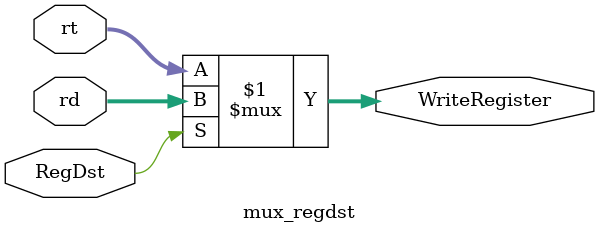
<source format=v>
module mux_regdst (
    input wire [4:0] rt,      // Campo rt da instrução
    input wire [4:0] rd,      // Campo rd da instrução
    input wire RegDst,        // Sinal de seleção
    output wire [4:0] WriteRegister // Saída do MUX
);

    assign WriteRegister = (RegDst) ? rd : rt;

endmodule

</source>
